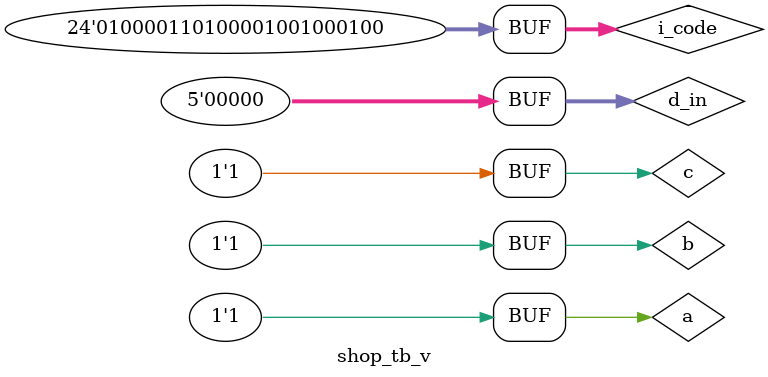
<source format=v>

`timescale 1ms/1ms

module shop_tb_v;
  
  reg        a     ;
  reg        b     ;
  reg        c     ;
  reg  [23:0] i_code;
  wire [23:0] o_f   ;
  
  reg [4:0] d_in = 5'b00000;
  integer i;
  
  // duv port map options:
  shop_v  uut (
                            .a     (a     ),
                            .b     (b     ),
                            .c     (c     ),
                            .i_code(i_code),
                            .o_f   (o_f   )
  );

  //procedure statement
  initial begin



    // //procedure statement
  // initial begin
  
  a = 1'b1;
  b = 1'b1;
  c = 1'b1;
  
  #1000 i_code  = 24'h434241;
  #1000 i_code  = 24'h434242;
  #1000 i_code  = 24'h434243;
  #1000 i_code  = 24'h434244;  
  


      
      
      // for (i = 0 ; i < 34 ; i = i + 1) begin
        // #1000 a      = d_in[0];
              // b      = d_in[1];
              // c      = d_in[2];
              // i_code = d_in[4:3];
      
      
      
        // // #1000 i_code = d_in;
        // // #1000 o_code[0] = d_in[0]; o_code[1] = d_in[1]; o_code[2] = d_in[]; i_d = d_in[4];
        // d_in = d_in + 1;
      // end
          
    end

endmodule

</source>
